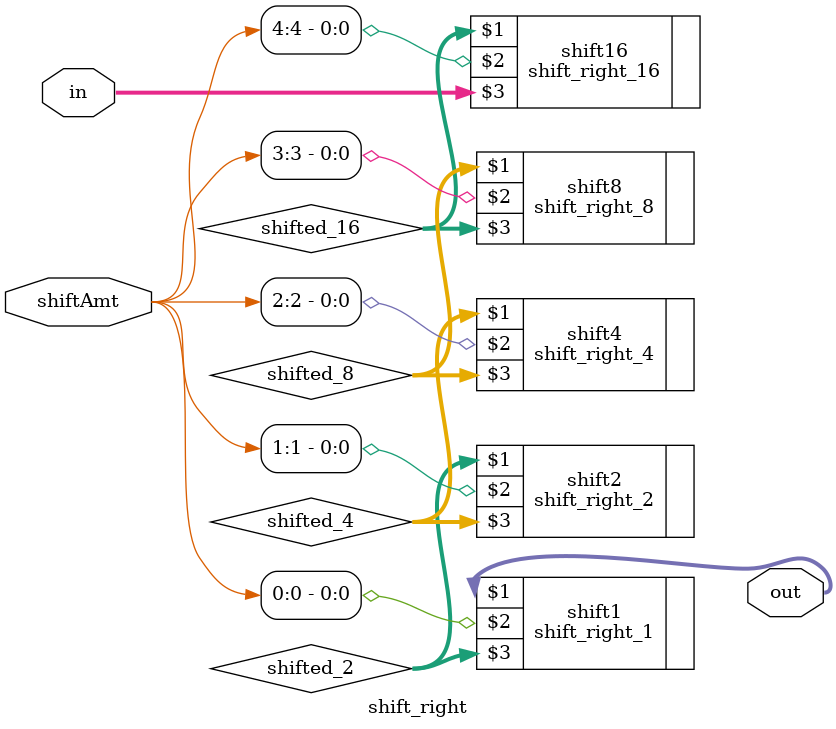
<source format=v>
module shift_right(
    output [31:0] out,
    input [4:0] shiftAmt,
    input [31:0] in);

    wire [31:0] shifted_16, shifted_8, shifted_4, shifted_2;

    shift_right_16 shift16(shifted_16, shiftAmt[4], in);

    shift_right_8 shift8(shifted_8, shiftAmt[3], shifted_16);

    shift_right_4 shift4(shifted_4, shiftAmt[2], shifted_8);

    shift_right_2 shift2(shifted_2, shiftAmt[1], shifted_4);

    shift_right_1 shift1(out, shiftAmt[0], shifted_2);
endmodule

</source>
